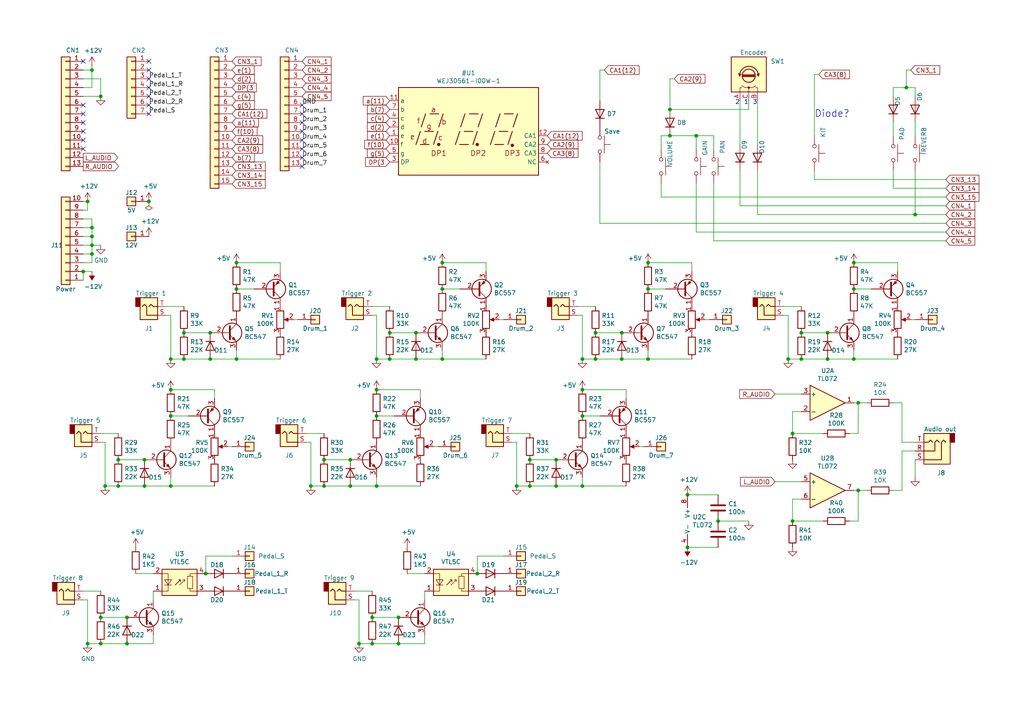
<source format=kicad_sch>
(kicad_sch (version 20230121) (generator eeschema)
  (paper "A4")
  (title_block (title "DD305 Digital Drum Synth") (date "2023-03-26") (rev "1") (comment 1 "Thomas Knak"))
  (junction (at 187.96 104.14))
  (junction (at 68.58 104.14))
  (junction (at 187.96 83.82))
  (junction (at 115.57 186.69))
  (junction (at 265.43 62.23))
  (junction (at 90.17 140.97))
  (junction (at 29.21 179.07))
  (junction (at 41.91 133.35))
  (junction (at 53.34 96.52))
  (junction (at 109.22 120.65))
  (junction (at 161.29 140.97))
  (junction (at 68.58 76.2))
  (junction (at 247.65 76.2))
  (junction (at 26.67 66.04))
  (junction (at 115.57 179.07))
  (junction (at 36.83 186.69))
  (junction (at 26.67 68.58))
  (junction (at 232.41 104.14))
  (junction (at 101.6 140.97))
  (junction (at 199.39 143.51))
  (junction (at 59.69 166.37))
  (junction (at 168.91 113.03))
  (junction (at 49.53 140.97))
  (junction (at 248.92 116.84))
  (junction (at 232.41 96.52))
  (junction (at 109.22 104.14))
  (junction (at 194.31 31.75))
  (junction (at 26.67 73.66))
  (junction (at 30.48 140.97))
  (junction (at 168.91 104.14))
  (junction (at 34.29 140.97))
  (junction (at 107.95 186.69))
  (junction (at 43.18 58.42))
  (junction (at 53.34 104.14))
  (junction (at 93.98 133.35))
  (junction (at 26.67 20.32))
  (junction (at 248.92 142.24))
  (junction (at 104.14 186.69))
  (junction (at 34.29 133.35))
  (junction (at 68.58 83.82))
  (junction (at 109.22 113.03))
  (junction (at 60.96 96.52))
  (junction (at 240.03 96.52))
  (junction (at 199.39 158.75))
  (junction (at 161.29 133.35))
  (junction (at 36.83 179.07))
  (junction (at 180.34 96.52))
  (junction (at 194.31 39.37))
  (junction (at 153.67 133.35))
  (junction (at 128.27 76.2))
  (junction (at 128.27 83.82))
  (junction (at 109.22 140.97))
  (junction (at 138.43 166.37))
  (junction (at 120.65 96.52))
  (junction (at 49.53 120.65))
  (junction (at 113.03 104.14))
  (junction (at 201.93 39.37))
  (junction (at 93.98 140.97))
  (junction (at 262.89 25.4))
  (junction (at 29.21 186.69))
  (junction (at 25.4 186.69))
  (junction (at 172.72 96.52))
  (junction (at 26.67 71.12))
  (junction (at 101.6 133.35))
  (junction (at 149.86 140.97))
  (junction (at 24.13 78.74))
  (junction (at 168.91 120.65))
  (junction (at 172.72 104.14))
  (junction (at 229.87 151.13))
  (junction (at 180.34 104.14))
  (junction (at 120.65 104.14))
  (junction (at 49.53 113.03))
  (junction (at 49.53 104.14))
  (junction (at 168.91 140.97))
  (junction (at 107.95 179.07))
  (junction (at 29.21 27.94))
  (junction (at 60.96 104.14))
  (junction (at 240.03 104.14))
  (junction (at 113.03 96.52))
  (junction (at 228.6 104.14))
  (junction (at 25.4 58.42))
  (junction (at 153.67 140.97))
  (junction (at 247.65 104.14))
  (junction (at 128.27 104.14))
  (junction (at 187.96 76.2))
  (junction (at 208.28 151.13))
  (junction (at 41.91 140.97))
  (junction (at 229.87 125.73))
  (junction (at 247.65 83.82))
  (no_connect (at 87.63 48.26))
  (no_connect (at 87.63 38.1))
  (no_connect (at 24.13 43.18))
  (no_connect (at 43.18 17.78))
  (no_connect (at 43.18 27.94))
  (no_connect (at 24.13 17.78))
  (no_connect (at 24.13 33.02))
  (no_connect (at 43.18 30.48))
  (no_connect (at 24.13 35.56))
  (no_connect (at 24.13 38.1))
  (no_connect (at 87.63 43.18))
  (no_connect (at 87.63 45.72))
  (no_connect (at 24.13 30.48))
  (no_connect (at 87.63 30.48))
  (no_connect (at 87.63 33.02))
  (no_connect (at 43.18 33.02))
  (no_connect (at 87.63 40.64))
  (no_connect (at 43.18 25.4))
  (no_connect (at 87.63 35.56))
  (no_connect (at 43.18 22.86))
  (no_connect (at 43.18 20.32))
  (no_connect (at 24.13 40.64))
  (wire (pts (xy 149.86 140.97) (xy 153.67 140.97)))
  (wire (pts (xy 102.87 171.45) (xy 107.95 171.45)))
  (wire (pts (xy 133.35 83.82) (xy 128.27 83.82)))
  (wire (pts (xy 228.6 91.44) (xy 228.6 104.14)))
  (wire (pts (xy 252.73 83.82) (xy 247.65 83.82)))
  (wire (pts (xy 260.35 76.2) (xy 247.65 76.2)))
  (wire (pts (xy 39.37 166.37) (xy 44.45 166.37)))
  (wire (pts (xy 219.71 62.23) (xy 265.43 62.23)))
  (wire (pts (xy 26.67 66.04) (xy 26.67 68.58)))
  (wire (pts (xy 41.91 140.97) (xy 49.53 140.97)))
  (wire (pts (xy 161.29 140.97) (xy 168.91 140.97)))
  (wire (pts (xy 138.43 161.29) (xy 138.43 166.37)))
  (wire (pts (xy 138.43 161.29) (xy 146.05 161.29)))
  (wire (pts (xy 107.95 186.69) (xy 115.57 186.69)))
  (wire (pts (xy 93.98 140.97) (xy 101.6 140.97)))
  (wire (pts (xy 265.43 27.94) (xy 265.43 25.4)))
  (wire (pts (xy 121.92 115.57) (xy 121.92 113.03)))
  (wire (pts (xy 25.4 186.69) (xy 29.21 186.69)))
  (wire (pts (xy 201.93 67.31) (xy 274.32 67.31)))
  (wire (pts (xy 104.14 173.99) (xy 104.14 186.69)))
  (wire (pts (xy 259.08 35.56) (xy 259.08 39.37)))
  (wire (pts (xy 246.38 125.73) (xy 248.92 125.73)))
  (wire (pts (xy 227.33 88.9) (xy 232.41 88.9)))
  (wire (pts (xy 53.34 104.14) (xy 60.96 104.14)))
  (wire (pts (xy 248.92 151.13) (xy 248.92 142.24)))
  (wire (pts (xy 148.59 128.27) (xy 149.86 128.27)))
  (wire (pts (xy 214.63 29.21) (xy 214.63 41.91)))
  (wire (pts (xy 167.64 91.44) (xy 168.91 91.44)))
  (wire (pts (xy 48.26 91.44) (xy 49.53 91.44)))
  (wire (pts (xy 248.92 125.73) (xy 248.92 116.84)))
  (wire (pts (xy 85.09 92.71) (xy 86.36 92.71)))
  (wire (pts (xy 107.95 179.07) (xy 115.57 179.07)))
  (wire (pts (xy 224.79 114.3) (xy 232.41 114.3)))
  (wire (pts (xy 200.66 76.2) (xy 187.96 76.2)))
  (wire (pts (xy 247.65 116.84) (xy 248.92 116.84)))
  (wire (pts (xy 236.22 21.59) (xy 236.22 39.37)))
  (wire (pts (xy 207.01 53.34) (xy 207.01 69.85)))
  (wire (pts (xy 73.66 83.82) (xy 68.58 83.82)))
  (wire (pts (xy 88.9 125.73) (xy 93.98 125.73)))
  (wire (pts (xy 24.13 68.58) (xy 26.67 68.58)))
  (wire (pts (xy 173.99 120.65) (xy 168.91 120.65)))
  (wire (pts (xy 191.77 43.18) (xy 191.77 39.37)))
  (wire (pts (xy 175.26 20.32) (xy 173.99 20.32)))
  (wire (pts (xy 219.71 29.21) (xy 219.71 41.91)))
  (wire (pts (xy 149.86 128.27) (xy 149.86 140.97)))
  (wire (pts (xy 60.96 104.14) (xy 68.58 104.14)))
  (wire (pts (xy 29.21 128.27) (xy 30.48 128.27)))
  (wire (pts (xy 237.49 21.59) (xy 236.22 21.59)))
  (wire (pts (xy 191.77 57.15) (xy 191.77 53.34)))
  (wire (pts (xy 260.35 78.74) (xy 260.35 76.2)))
  (wire (pts (xy 25.4 60.96) (xy 25.4 58.42)))
  (wire (pts (xy 90.17 140.97) (xy 93.98 140.97)))
  (wire (pts (xy 191.77 57.15) (xy 274.32 57.15)))
  (wire (pts (xy 62.23 113.03) (xy 49.53 113.03)))
  (wire (pts (xy 172.72 96.52) (xy 180.34 96.52)))
  (wire (pts (xy 49.53 91.44) (xy 49.53 104.14)))
  (wire (pts (xy 29.21 125.73) (xy 34.29 125.73)))
  (wire (pts (xy 29.21 27.94) (xy 29.21 22.86)))
  (wire (pts (xy 26.67 76.2) (xy 26.67 73.66)))
  (wire (pts (xy 140.97 78.74) (xy 140.97 76.2)))
  (wire (pts (xy 93.98 133.35) (xy 101.6 133.35)))
  (wire (pts (xy 201.93 39.37) (xy 207.01 39.37)))
  (wire (pts (xy 88.9 128.27) (xy 90.17 128.27)))
  (wire (pts (xy 118.11 166.37) (xy 123.19 166.37)))
  (wire (pts (xy 251.46 142.24) (xy 248.92 142.24)))
  (wire (pts (xy 228.6 104.14) (xy 232.41 104.14)))
  (wire (pts (xy 115.57 186.69) (xy 123.19 186.69)))
  (wire (pts (xy 44.45 171.45) (xy 44.45 173.99)))
  (wire (pts (xy 120.65 104.14) (xy 128.27 104.14)))
  (wire (pts (xy 227.33 91.44) (xy 228.6 91.44)))
  (wire (pts (xy 24.13 81.28) (xy 24.13 78.74)))
  (wire (pts (xy 194.31 39.37) (xy 201.93 39.37)))
  (wire (pts (xy 208.28 158.75) (xy 199.39 158.75)))
  (wire (pts (xy 59.69 161.29) (xy 59.69 166.37)))
  (wire (pts (xy 246.38 151.13) (xy 248.92 151.13)))
  (wire (pts (xy 261.62 128.27) (xy 261.62 116.84)))
  (wire (pts (xy 24.13 20.32) (xy 26.67 20.32)))
  (wire (pts (xy 232.41 96.52) (xy 240.03 96.52)))
  (wire (pts (xy 274.32 54.61) (xy 259.08 54.61)))
  (wire (pts (xy 208.28 143.51) (xy 199.39 143.51)))
  (wire (pts (xy 232.41 144.78) (xy 229.87 144.78)))
  (wire (pts (xy 25.4 173.99) (xy 25.4 186.69)))
  (wire (pts (xy 261.62 130.81) (xy 261.62 142.24)))
  (wire (pts (xy 172.72 104.14) (xy 180.34 104.14)))
  (wire (pts (xy 26.67 63.5) (xy 26.67 66.04)))
  (wire (pts (xy 24.13 76.2) (xy 26.67 76.2)))
  (wire (pts (xy 54.61 120.65) (xy 49.53 120.65)))
  (wire (pts (xy 185.42 129.54) (xy 186.69 129.54)))
  (wire (pts (xy 26.67 73.66) (xy 26.67 71.12)))
  (wire (pts (xy 238.76 125.73) (xy 229.87 125.73)))
  (wire (pts (xy 217.17 29.21) (xy 217.17 31.75)))
  (wire (pts (xy 24.13 71.12) (xy 26.67 71.12)))
  (wire (pts (xy 219.71 62.23) (xy 219.71 49.53)))
  (wire (pts (xy 247.65 101.6) (xy 247.65 104.14)))
  (wire (pts (xy 260.35 104.14) (xy 247.65 104.14)))
  (wire (pts (xy 236.22 49.53) (xy 236.22 52.07)))
  (wire (pts (xy 24.13 58.42) (xy 25.4 58.42)))
  (wire (pts (xy 200.66 78.74) (xy 200.66 76.2)))
  (wire (pts (xy 36.83 186.69) (xy 44.45 186.69)))
  (wire (pts (xy 207.01 69.85) (xy 274.32 69.85)))
  (wire (pts (xy 168.91 104.14) (xy 172.72 104.14)))
  (wire (pts (xy 224.79 139.7) (xy 232.41 139.7)))
  (wire (pts (xy 121.92 113.03) (xy 109.22 113.03)))
  (wire (pts (xy 30.48 140.97) (xy 34.29 140.97)))
  (wire (pts (xy 193.04 83.82) (xy 187.96 83.82)))
  (wire (pts (xy 262.89 20.32) (xy 262.89 25.4)))
  (wire (pts (xy 49.53 138.43) (xy 49.53 140.97)))
  (wire (pts (xy 81.28 76.2) (xy 68.58 76.2)))
  (wire (pts (xy 24.13 73.66) (xy 26.67 73.66)))
  (wire (pts (xy 53.34 96.52) (xy 60.96 96.52)))
  (wire (pts (xy 265.43 128.27) (xy 261.62 128.27)))
  (wire (pts (xy 232.41 119.38) (xy 229.87 119.38)))
  (wire (pts (xy 262.89 25.4) (xy 265.43 25.4)))
  (wire (pts (xy 109.22 138.43) (xy 109.22 140.97)))
  (wire (pts (xy 194.31 22.86) (xy 194.31 31.75)))
  (wire (pts (xy 181.61 113.03) (xy 168.91 113.03)))
  (wire (pts (xy 26.67 25.4) (xy 26.67 20.32)))
  (wire (pts (xy 264.16 92.71) (xy 265.43 92.71)))
  (wire (pts (xy 109.22 91.44) (xy 109.22 104.14)))
  (wire (pts (xy 104.14 186.69) (xy 107.95 186.69)))
  (wire (pts (xy 236.22 52.07) (xy 274.32 52.07)))
  (wire (pts (xy 44.45 184.15) (xy 44.45 186.69)))
  (wire (pts (xy 48.26 88.9) (xy 53.34 88.9)))
  (wire (pts (xy 248.92 142.24) (xy 247.65 142.24)))
  (wire (pts (xy 214.63 59.69) (xy 214.63 49.53)))
  (wire (pts (xy 173.99 20.32) (xy 173.99 29.21)))
  (wire (pts (xy 144.78 92.71) (xy 146.05 92.71)))
  (wire (pts (xy 107.95 88.9) (xy 113.03 88.9)))
  (wire (pts (xy 81.28 104.14) (xy 68.58 104.14)))
  (wire (pts (xy 113.03 104.14) (xy 120.65 104.14)))
  (wire (pts (xy 26.67 68.58) (xy 26.67 71.12)))
  (wire (pts (xy 68.58 101.6) (xy 68.58 104.14)))
  (wire (pts (xy 123.19 184.15) (xy 123.19 186.69)))
  (wire (pts (xy 167.64 88.9) (xy 172.72 88.9)))
  (wire (pts (xy 232.41 104.14) (xy 240.03 104.14)))
  (wire (pts (xy 24.13 63.5) (xy 26.67 63.5)))
  (wire (pts (xy 121.92 140.97) (xy 109.22 140.97)))
  (wire (pts (xy 238.76 151.13) (xy 229.87 151.13)))
  (wire (pts (xy 140.97 104.14) (xy 128.27 104.14)))
  (wire (pts (xy 125.73 129.54) (xy 127 129.54)))
  (wire (pts (xy 24.13 22.86) (xy 29.21 22.86)))
  (wire (pts (xy 29.21 186.69) (xy 36.83 186.69)))
  (wire (pts (xy 109.22 104.14) (xy 113.03 104.14)))
  (wire (pts (xy 24.13 25.4) (xy 26.67 25.4)))
  (wire (pts (xy 29.21 179.07) (xy 36.83 179.07)))
  (wire (pts (xy 26.67 20.32) (xy 26.67 19.05)))
  (wire (pts (xy 214.63 59.69) (xy 274.32 59.69)))
  (wire (pts (xy 107.95 91.44) (xy 109.22 91.44)))
  (wire (pts (xy 24.13 171.45) (xy 29.21 171.45)))
  (wire (pts (xy 102.87 173.99) (xy 104.14 173.99)))
  (wire (pts (xy 265.43 130.81) (xy 261.62 130.81)))
  (wire (pts (xy 67.31 161.29) (xy 59.69 161.29)))
  (wire (pts (xy 229.87 144.78) (xy 229.87 151.13)))
  (wire (pts (xy 265.43 39.37) (xy 265.43 35.56)))
  (wire (pts (xy 114.3 120.65) (xy 109.22 120.65)))
  (wire (pts (xy 181.61 115.57) (xy 181.61 113.03)))
  (wire (pts (xy 208.28 151.13) (xy 217.17 151.13)))
  (wire (pts (xy 66.04 129.54) (xy 67.31 129.54)))
  (wire (pts (xy 207.01 39.37) (xy 207.01 43.18)))
  (wire (pts (xy 229.87 119.38) (xy 229.87 125.73)))
  (wire (pts (xy 34.29 140.97) (xy 41.91 140.97)))
  (wire (pts (xy 173.99 46.99) (xy 173.99 64.77)))
  (wire (pts (xy 24.13 60.96) (xy 25.4 60.96)))
  (wire (pts (xy 168.91 138.43) (xy 168.91 140.97)))
  (wire (pts (xy 24.13 66.04) (xy 26.67 66.04)))
  (wire (pts (xy 180.34 104.14) (xy 187.96 104.14)))
  (wire (pts (xy 261.62 142.24) (xy 259.08 142.24)))
  (wire (pts (xy 140.97 76.2) (xy 128.27 76.2)))
  (wire (pts (xy 265.43 133.35) (xy 265.43 138.43)))
  (wire (pts (xy 148.59 125.73) (xy 153.67 125.73)))
  (wire (pts (xy 261.62 116.84) (xy 259.08 116.84)))
  (wire (pts (xy 101.6 140.97) (xy 109.22 140.97)))
  (wire (pts (xy 194.31 39.37) (xy 191.77 39.37)))
  (wire (pts (xy 49.53 104.14) (xy 53.34 104.14)))
  (wire (pts (xy 24.13 27.94) (xy 29.21 27.94)))
  (wire (pts (xy 153.67 140.97) (xy 161.29 140.97)))
  (wire (pts (xy 195.58 22.86) (xy 194.31 22.86)))
  (wire (pts (xy 153.67 133.35) (xy 161.29 133.35)))
  (wire (pts (xy 259.08 49.53) (xy 259.08 54.61)))
  (wire (pts (xy 201.93 53.34) (xy 201.93 67.31)))
  (wire (pts (xy 200.66 104.14) (xy 187.96 104.14)))
  (wire (pts (xy 30.48 128.27) (xy 30.48 140.97)))
  (wire (pts (xy 259.08 27.94) (xy 259.08 25.4)))
  (wire (pts (xy 90.17 128.27) (xy 90.17 140.97)))
  (wire (pts (xy 204.47 92.71) (xy 205.74 92.71)))
  (wire (pts (xy 201.93 43.18) (xy 201.93 39.37)))
  (wire (pts (xy 24.13 78.74) (xy 26.67 78.74)))
  (wire (pts (xy 168.91 91.44) (xy 168.91 104.14)))
  (wire (pts (xy 259.08 25.4) (xy 262.89 25.4)))
  (wire (pts (xy 62.23 115.57) (xy 62.23 113.03)))
  (wire (pts (xy 181.61 140.97) (xy 168.91 140.97)))
  (wire (pts (xy 264.16 20.32) (xy 262.89 20.32)))
  (wire (pts (xy 187.96 101.6) (xy 187.96 104.14)))
  (wire (pts (xy 128.27 101.6) (xy 128.27 104.14)))
  (wire (pts (xy 217.17 31.75) (xy 194.31 31.75)))
  (wire (pts (xy 274.32 62.23) (xy 265.43 62.23)))
  (wire (pts (xy 240.03 104.14) (xy 247.65 104.14)))
  (wire (pts (xy 24.13 173.99) (xy 25.4 173.99)))
  (wire (pts (xy 123.19 171.45) (xy 123.19 173.99)))
  (wire (pts (xy 173.99 64.77) (xy 274.32 64.77)))
  (wire (pts (xy 26.67 71.12) (xy 29.21 71.12)))
  (wire (pts (xy 251.46 116.84) (xy 248.92 116.84)))
  (wire (pts (xy 113.03 96.52) (xy 120.65 96.52)))
  (wire (pts (xy 265.43 49.53) (xy 265.43 62.23)))
  (wire (pts (xy 62.23 140.97) (xy 49.53 140.97)))
  (wire (pts (xy 34.29 133.35) (xy 41.91 133.35)))
  (wire (pts (xy 81.28 78.74) (xy 81.28 76.2)))
  (text "3" (at 219.71 30.48 0) (effects (font (size 1.27 1.27)) (justify right bottom)))
  (text "Diode?" (at 236.22 34.29 0) (effects (font (size 2.0066 2.0066)) (justify left bottom)))
  (text "1" (at 217.17 30.48 0) (effects (font (size 1.27 1.27)) (justify right bottom)))
  (text "2" (at 214.63 30.48 0) (effects (font (size 1.27 1.27)) (justify right bottom)))
  (label "Pedal_2_R" (at 43.18 30.48 0))
  (label "Drum_6" (at 87.63 45.72 0))
  (label "Pedal_1_T" (at 43.18 22.86 0))
  (label "Drum_3" (at 87.63 38.1 0))
  (label "Drum_4" (at 87.63 40.64 0))
  (label "Pedal_1_R" (at 43.18 25.4 0))
  (label "Drum_7" (at 87.63 48.26 0))
  (label "Pedal_2_T" (at 43.18 27.94 0))
  (label "Drum_2" (at 87.63 35.56 0))
  (label "Drum_1" (at 87.63 33.02 0))
  (label "Pedal_S" (at 43.18 33.02 0))
  (label "GND" (at 87.63 30.48 0))
  (label "Drum_5" (at 87.63 43.18 0))
  (global_label "CN4_5" (shape input) (at 274.32 69.85 0) (property "Intersheetrefs" "${INTERSHEET_REFS}" (effects hide)))
  (global_label "d(2)" (shape input) (at 67.31 22.86 0) (property "Intersheetrefs" "${INTERSHEET_REFS}" (effects hide)))
  (global_label "c(4)" (shape input) (at 113.03 34.29 180) (property "Intersheetrefs" "${INTERSHEET_REFS}" (effects hide)))
  (global_label "CA2(9)" (shape input) (at 158.75 41.91 0) (property "Intersheetrefs" "${INTERSHEET_REFS}" (effects hide)))
  (global_label "CA3(8)" (shape input) (at 237.49 21.59 0) (property "Intersheetrefs" "${INTERSHEET_REFS}" (effects hide)))
  (global_label "f(10)" (shape input) (at 113.03 41.91 180) (property "Intersheetrefs" "${INTERSHEET_REFS}" (effects hide)))
  (global_label "CN3_1" (shape input) (at 67.31 17.78 0) (property "Intersheetrefs" "${INTERSHEET_REFS}" (effects hide)))
  (global_label "CN3_13" (shape input) (at 67.31 48.26 0) (property "Intersheetrefs" "${INTERSHEET_REFS}" (effects hide)))
  (global_label "CN4_2" (shape input) (at 87.63 20.32 0) (property "Intersheetrefs" "${INTERSHEET_REFS}" (effects hide)))
  (global_label "L_AUDIO" (shape input) (at 224.79 139.7 180) (property "Intersheetrefs" "${INTERSHEET_REFS}" (effects hide)))
  (global_label "CN4_4" (shape input) (at 274.32 67.31 0) (property "Intersheetrefs" "${INTERSHEET_REFS}" (effects hide)))
  (global_label "CA3(8)" (shape input) (at 158.75 44.45 0) (property "Intersheetrefs" "${INTERSHEET_REFS}" (effects hide)))
  (global_label "CN4_5" (shape input) (at 87.63 27.94 0) (property "Intersheetrefs" "${INTERSHEET_REFS}" (effects hide)))
  (global_label "CA2(9)" (shape input) (at 195.58 22.86 0) (property "Intersheetrefs" "${INTERSHEET_REFS}" (effects hide)))
  (global_label "e(1)" (shape input) (at 67.31 20.32 0) (property "Intersheetrefs" "${INTERSHEET_REFS}" (effects hide)))
  (global_label "CN3_14" (shape input) (at 67.31 50.8 0) (property "Intersheetrefs" "${INTERSHEET_REFS}" (effects hide)))
  (global_label "d(2)" (shape input) (at 113.03 36.83 180) (property "Intersheetrefs" "${INTERSHEET_REFS}" (effects hide)))
  (global_label "g(5)" (shape input) (at 67.31 30.48 0) (property "Intersheetrefs" "${INTERSHEET_REFS}" (effects hide)))
  (global_label "CA1(12)" (shape input) (at 175.26 20.32 0) (property "Intersheetrefs" "${INTERSHEET_REFS}" (effects hide)))
  (global_label "CA1(12)" (shape input) (at 67.31 33.02 0) (property "Intersheetrefs" "${INTERSHEET_REFS}" (effects hide)))
  (global_label "b(7)" (shape input) (at 67.31 45.72 0) (property "Intersheetrefs" "${INTERSHEET_REFS}" (effects hide)))
  (global_label "CN4_2" (shape input) (at 274.32 62.23 0) (property "Intersheetrefs" "${INTERSHEET_REFS}" (effects hide)))
  (global_label "CN3_15" (shape input) (at 67.31 53.34 0) (property "Intersheetrefs" "${INTERSHEET_REFS}" (effects hide)))
  (global_label "CA3(8)" (shape input) (at 67.31 43.18 0) (property "Intersheetrefs" "${INTERSHEET_REFS}" (effects hide)))
  (global_label "DP(3" (shape input) (at 67.31 25.4 0) (property "Intersheetrefs" "${INTERSHEET_REFS}" (effects hide)))
  (global_label "CN4_3" (shape input) (at 274.32 64.77 0) (property "Intersheetrefs" "${INTERSHEET_REFS}" (effects hide)))
  (global_label "R_AUDIO" (shape output) (at 24.13 48.26 0) (property "Intersheetrefs" "${INTERSHEET_REFS}" (effects hide)))
  (global_label "CN4_3" (shape input) (at 87.63 22.86 0) (property "Intersheetrefs" "${INTERSHEET_REFS}" (effects hide)))
  (global_label "CN4_1" (shape input) (at 87.63 17.78 0) (property "Intersheetrefs" "${INTERSHEET_REFS}" (effects hide)))
  (global_label "CN3_1" (shape input) (at 264.16 20.32 0) (property "Intersheetrefs" "${INTERSHEET_REFS}" (effects hide)))
  (global_label "e(1)" (shape input) (at 113.03 39.37 180) (property "Intersheetrefs" "${INTERSHEET_REFS}" (effects hide)))
  (global_label "CN3_13" (shape input) (at 274.32 52.07 0) (property "Intersheetrefs" "${INTERSHEET_REFS}" (effects hide)))
  (global_label "DP(3" (shape input) (at 113.03 46.99 180) (property "Intersheetrefs" "${INTERSHEET_REFS}" (effects hide)))
  (global_label "CN3_15" (shape input) (at 274.32 57.15 0) (property "Intersheetrefs" "${INTERSHEET_REFS}" (effects hide)))
  (global_label "a(11)" (shape input) (at 67.31 35.56 0) (property "Intersheetrefs" "${INTERSHEET_REFS}" (effects hide)))
  (global_label "a(11)" (shape input) (at 113.03 29.21 180) (property "Intersheetrefs" "${INTERSHEET_REFS}" (effects hide)))
  (global_label "g(5)" (shape input) (at 113.03 44.45 180) (property "Intersheetrefs" "${INTERSHEET_REFS}" (effects hide)))
  (global_label "CN4_4" (shape input) (at 87.63 25.4 0) (property "Intersheetrefs" "${INTERSHEET_REFS}" (effects hide)))
  (global_label "f(10)" (shape input) (at 67.31 38.1 0) (property "Intersheetrefs" "${INTERSHEET_REFS}" (effects hide)))
  (global_label "b(7)" (shape input) (at 113.03 31.75 180) (property "Intersheetrefs" "${INTERSHEET_REFS}" (effects hide)))
  (global_label "L_AUDIO" (shape output) (at 24.13 45.72 0) (property "Intersheetrefs" "${INTERSHEET_REFS}" (effects hide)))
  (global_label "R_AUDIO" (shape input) (at 224.79 114.3 180) (property "Intersheetrefs" "${INTERSHEET_REFS}" (effects hide)))
  (global_label "CN4_1" (shape input) (at 274.32 59.69 0) (property "Intersheetrefs" "${INTERSHEET_REFS}" (effects hide)))
  (global_label "CN3_14" (shape input) (at 274.32 54.61 0) (property "Intersheetrefs" "${INTERSHEET_REFS}" (effects hide)))
  (global_label "CA1(12)" (shape input) (at 158.75 39.37 0) (property "Intersheetrefs" "${INTERSHEET_REFS}" (effects hide)))
  (global_label "c(4)" (shape input) (at 67.31 27.94 0) (property "Intersheetrefs" "${INTERSHEET_REFS}" (effects hide)))
  (global_label "CA2(9)" (shape input) (at 67.31 40.64 0) (property "Intersheetrefs" "${INTERSHEET_REFS}" (effects hide)))
  (symbol (lib_id "Connector_Generic:Conn_01x13") (at 82.55 33.02 0) (mirror y) (unit 1)
    (property "Reference" "#CN4" (effects hide))
    (property "Value" "CN4" (at 84.6328 14.5796 0))
    (property "Footprint" "Connector_PinHeader_2.54mm:PinHeader_1x13_P2.54mm_Vertical" (effects hide))
  )
  (symbol (lib_id "Connector_Generic:Conn_01x15") (at 62.23 35.56 0) (mirror y) (unit 1)
    (property "Reference" "#CN3" (effects hide))
    (property "Value" "CN3" (at 64.3128 14.5796 0))
    (property "Footprint" "Connector_PinHeader_2.54mm:PinHeader_1x15_P2.54mm_Vertical" (effects hide))
  )
  (symbol (lib_id "DD305 Digital Drum Synth-rescue:Rotary_Encoder-Device") (at 217.17 21.59 90) (unit 1)
    (property "Reference" "SW1" (at 223.52 17.78 90) (effects (justify right)))
    (property "Value" "Encoder" (at 214.63 15.24 90) (effects (justify right)))
    (property "Footprint" "Rotary_Encoder:RotaryEncoder_Alps_EC12E_Vertical_H20mm_CircularMountingHoles" (effects hide))
  )
  (symbol (lib_id "DD305 Digital Drum Synth-rescue:WEJ30561-I00W-1-Thomas_Symbols") (at 135.89 38.1 0) (unit 1)
    (property "Reference" "#U1" (at 135.89 21.1582 0))
    (property "Value" "WEJ30561-I00W-1" (at 135.89 23.4696 0))
    (property "Footprint" "Display_7Segment:CA56-12SRWA" (effects hide))
    (property "Datasheet" "http://www.kingbrightusa.com/images/catalog/SPEC/CA56-12SRWA.pdf" (effects hide))
  )
  (symbol (lib_id "Diode:1N4148") (at 173.99 33.02 90) (unit 1)
    (property "Reference" "D7" (at 176.022 33.02 90) (effects (justify right)))
    (property "Value" "1N4148" (effects hide))
    (property "Footprint" "Diode_THT:D_DO-35_SOD27_P10.16mm_Horizontal" (effects hide))
    (property "Datasheet" "https://assets.nexperia.com/documents/data-sheet/1N4148_1N4448.pdf" (effects hide))
  )
  (symbol (lib_id "Diode:1N4148") (at 259.08 31.75 90) (unit 1)
    (property "Reference" "D5" (at 260.35 27.94 0) (effects (justify right)))
    (property "Value" "1N4148" (effects hide))
    (property "Footprint" "Diode_THT:D_DO-35_SOD27_P10.16mm_Horizontal" (effects hide))
    (property "Datasheet" "https://assets.nexperia.com/documents/data-sheet/1N4148_1N4448.pdf" (effects hide))
  )
  (symbol (lib_id "Diode:1N4148") (at 214.63 45.72 90) (unit 1)
    (property "Reference" "D9" (at 215.9 40.64 0) (effects (justify right)))
    (property "Value" "1N4148" (effects hide))
    (property "Footprint" "Diode_THT:D_DO-35_SOD27_P10.16mm_Horizontal" (effects hide))
    (property "Datasheet" "https://assets.nexperia.com/documents/data-sheet/1N4148_1N4448.pdf" (effects hide))
  )
  (symbol (lib_id "Diode:1N4148") (at 219.71 45.72 90) (unit 1)
    (property "Reference" "D10" (at 220.98 40.64 0) (effects (justify right)))
    (property "Value" "1N4148" (effects hide))
    (property "Footprint" "Diode_THT:D_DO-35_SOD27_P10.16mm_Horizontal" (effects hide))
    (property "Datasheet" "https://assets.nexperia.com/documents/data-sheet/1N4148_1N4448.pdf" (effects hide))
  )
  (symbol (lib_id "Diode:1N4148") (at 194.31 35.56 90) (unit 1)
    (property "Reference" "D8" (at 196.342 35.56 90) (effects (justify right)))
    (property "Value" "1N4148" (effects hide))
    (property "Footprint" "Diode_THT:D_DO-35_SOD27_P10.16mm_Horizontal" (effects hide))
    (property "Datasheet" "https://assets.nexperia.com/documents/data-sheet/1N4148_1N4448.pdf" (effects hide))
  )
  (symbol (lib_id "Switch:SW_Push") (at 191.77 48.26 270) (unit 1)
    (property "Reference" "SW6" (effects hide))
    (property "Value" "VOLUME" (at 194.31 40.64 0) (effects (justify left)))
    (property "Footprint" "Connector_PinHeader_2.54mm:PinHeader_1x02_P2.54mm_Vertical" (effects hide))
  )
  (symbol (lib_id "Switch:SW_Push") (at 207.01 48.26 270) (unit 1)
    (property "Reference" "SW8" (effects hide))
    (property "Value" "PAN" (at 209.55 40.64 0) (effects (justify left)))
    (property "Footprint" "Connector_PinHeader_2.54mm:PinHeader_1x02_P2.54mm_Vertical" (effects hide))
  )
  (symbol (lib_id "Switch:SW_Push") (at 201.93 48.26 270) (unit 1)
    (property "Reference" "SW7" (effects hide))
    (property "Value" "GAIN" (at 204.47 40.64 0) (effects (justify left)))
    (property "Footprint" "Connector_PinHeader_2.54mm:PinHeader_1x02_P2.54mm_Vertical" (effects hide))
  )
  (symbol (lib_id "Switch:SW_Push") (at 236.22 44.45 270) (unit 1)
    (property "Reference" "SW3" (effects hide))
    (property "Value" "KIT" (at 238.76 36.83 0) (effects (justify left)))
    (property "Footprint" "Connector_PinHeader_2.54mm:PinHeader_1x02_P2.54mm_Vertical" (effects hide))
  )
  (symbol (lib_id "Switch:SW_Push") (at 173.99 41.91 270) (unit 1)
    (property "Reference" "SW2" (effects hide))
    (property "Value" "Save" (at 175.26 38.1 90) (effects (justify left)))
    (property "Footprint" "Connector_PinHeader_2.54mm:PinHeader_1x02_P2.54mm_Vertical" (effects hide))
  )
  (symbol (lib_id "Switch:SW_Push") (at 259.08 44.45 270) (unit 1)
    (property "Reference" "SW4" (effects hide))
    (property "Value" "PAD" (at 261.62 36.83 0) (effects (justify left)))
    (property "Footprint" "Connector_PinHeader_2.54mm:PinHeader_1x02_P2.54mm_Vertical" (effects hide))
  )
  (symbol (lib_id "Switch:SW_Push") (at 265.43 44.45 270) (unit 1)
    (property "Reference" "SW5" (effects hide))
    (property "Value" "REVERB" (at 267.97 36.83 0) (effects (justify left)))
    (property "Footprint" "Connector_PinHeader_2.54mm:PinHeader_1x02_P2.54mm_Vertical" (effects hide))
  )
  (symbol (lib_id "Diode:1N4148") (at 265.43 31.75 90) (unit 1)
    (property "Reference" "D6" (at 266.7 26.67 0) (effects (justify right)))
    (property "Value" "1N4148" (effects hide))
    (property "Footprint" "Diode_THT:D_DO-35_SOD27_P10.16mm_Horizontal" (effects hide))
    (property "Datasheet" "https://assets.nexperia.com/documents/data-sheet/1N4148_1N4448.pdf" (effects hide))
  )
  (symbol (lib_id "Diode:1N4148") (at 60.96 100.33 270) (unit 1)
    (property "Reference" "D11" (at 66.04 101.6 90) (effects (justify right)))
    (property "Value" "1N4148" (effects hide))
    (property "Footprint" "Diode_THT:D_DO-35_SOD27_P10.16mm_Horizontal" (effects hide))
    (property "Datasheet" "https://assets.nexperia.com/documents/data-sheet/1N4148_1N4448.pdf" (effects hide))
  )
  (symbol (lib_id "Transistor_BJT:BC547") (at 66.04 96.52 0) (unit 1)
    (property "Reference" "Q5" (at 70.8914 95.3516 0) (effects (justify left)))
    (property "Value" "BC547" (at 70.8914 97.663 0) (effects (justify left)))
    (property "Footprint" "Thomas PCB:TO-92_Inline_Wide_Longpads" (effects hide))
    (property "Datasheet" "https://www.onsemi.com/pub/Collateral/BC550-D.pdf" (effects hide))
  )
  (symbol (lib_id "Device:R") (at 53.34 100.33 0) (unit 1)
    (property "Reference" "R13" (at 55.118 99.1616 0) (effects (justify left)))
    (property "Value" "22K" (at 55.118 101.473 0) (effects (justify left)))
    (property "Footprint" "Resistor_THT:R_Axial_DIN0207_L6.3mm_D2.5mm_P10.16mm_Horizontal" (effects hide))
  )
  (symbol (lib_id "power:GND") (at 49.53 104.14 0) (unit 1)
    (property "Reference" "#PWR05" (effects hide))
    (property "Value" "GND" (effects hide))
  )
  (symbol (lib_id "Transistor_BJT:BC557") (at 78.74 83.82 0) (mirror x) (unit 1)
    (property "Reference" "Q1" (at 83.5914 82.6516 0) (effects (justify left)))
    (property "Value" "BC557" (at 83.5914 84.963 0) (effects (justify left)))
    (property "Footprint" "Thomas PCB:TO-92_Inline_Wide_Longpads" (effects hide))
    (property "Datasheet" "https://www.onsemi.com/pub/Collateral/BC556BTA-D.pdf" (effects hide))
  )
  (symbol (lib_id "Device:R") (at 68.58 87.63 0) (unit 1)
    (property "Reference" "R5" (at 70.358 86.4616 0) (effects (justify left)))
    (property "Value" "47K" (at 70.358 88.773 0) (effects (justify left)))
    (property "Footprint" "Resistor_THT:R_Axial_DIN0207_L6.3mm_D2.5mm_P10.16mm_Horizontal" (effects hide))
  )
  (symbol (lib_id "Device:R") (at 68.58 80.01 0) (unit 1)
    (property "Reference" "R1" (at 70.358 78.8416 0) (effects (justify left)))
    (property "Value" "47K" (at 70.358 81.153 0) (effects (justify left)))
    (property "Footprint" "Resistor_THT:R_Axial_DIN0207_L6.3mm_D2.5mm_P10.16mm_Horizontal" (effects hide))
  )
  (symbol (lib_id "power:+5V") (at 68.58 76.2 0) (unit 1)
    (property "Reference" "#PWR01" (effects hide))
    (property "Value" "+5V" (at 64.77 74.93 0))
  )
  (symbol (lib_id "Device:R") (at 81.28 100.33 0) (unit 1)
    (property "Reference" "R14" (at 83.058 99.1616 0) (effects (justify left)))
    (property "Value" "27K" (at 83.058 101.473 0) (effects (justify left)))
    (property "Footprint" "Resistor_THT:R_Axial_DIN0207_L6.3mm_D2.5mm_P10.16mm_Horizontal" (effects hide))
  )
  (symbol (lib_id "DD305 Digital Drum Synth-rescue:R_POT-Device") (at 81.28 92.71 0) (unit 1)
    (property "Reference" "RV1" (at 79.5274 91.5416 0) (effects (justify right)))
    (property "Value" "100K" (at 79.5274 93.853 0) (effects (justify right)))
    (property "Footprint" "Connector_PinHeader_2.54mm:PinHeader_1x03_P2.54mm_Vertical" (effects hide))
  )
  (symbol (lib_id "DD305 Digital Drum Synth-rescue:AudioJack2-Connector") (at 43.18 88.9 0) (mirror x) (unit 1)
    (property "Reference" "J1" (at 44.45 95.25 0) (effects (justify right)))
    (property "Value" "Trigger 1" (at 48.26 85.09 0) (effects (justify right)))
    (property "Footprint" "Thomas PCB:Jack_PinHeader_1x02_P2.54mm_Vertical" (effects hide))
  )
  (symbol (lib_id "Connector_Generic:Conn_01x01") (at 38.1 58.42 0) (mirror y) (unit 1)
    (property "Reference" "J12" (at 38.1 55.88 0))
    (property "Value" "5V" (at 38.1 60.96 0))
    (property "Footprint" "Connector_PinHeader_2.54mm:PinHeader_1x01_P2.54mm_Vertical" (effects hide))
  )
  (symbol (lib_id "power:+5V") (at 43.18 58.42 0) (unit 1)
    (property "Reference" "#PWR0106" (effects hide))
    (property "Value" "+5V" (at 43.561 54.0258 0))
  )
  (symbol (lib_id "power:PWR_FLAG") (at 43.18 58.42 0) (mirror x) (unit 1)
    (property "Reference" "#FLG0101" (effects hide))
    (property "Value" "PWR_FLAG" (effects hide))
  )
  (symbol (lib_id "Device:R") (at 53.34 92.71 0) (unit 1)
    (property "Reference" "R9" (at 55.118 91.5416 0) (effects (justify left)))
    (property "Value" "33K" (at 55.118 93.853 0) (effects (justify left)))
    (property "Footprint" "Resistor_THT:R_Axial_DIN0207_L6.3mm_D2.5mm_P7.62mm_Horizontal" (effects hide))
  )
  (symbol (lib_id "DD305 Digital Drum Synth-rescue:AudioJack2-Connector") (at 102.87 88.9 0) (mirror x) (unit 1)
    (property "Reference" "J2" (at 104.14 95.25 0) (effects (justify right)))
    (property "Value" "Trigger 2" (at 107.95 85.09 0) (effects (justify right)))
    (property "Footprint" "Thomas PCB:Jack_PinHeader_1x02_P2.54mm_Vertical" (effects hide))
  )
  (symbol (lib_id "DD305 Digital Drum Synth-rescue:R_POT-Device") (at 140.97 92.71 0) (unit 1)
    (property "Reference" "RV2" (at 139.2174 91.5416 0) (effects (justify right)))
    (property "Value" "100K" (at 139.2174 93.853 0) (effects (justify right)))
    (property "Footprint" "Connector_PinHeader_2.54mm:PinHeader_1x03_P2.54mm_Vertical" (effects hide))
  )
  (symbol (lib_id "Device:R") (at 140.97 100.33 0) (unit 1)
    (property "Reference" "R16" (at 142.748 99.1616 0) (effects (justify left)))
    (property "Value" "27K" (at 142.748 101.473 0) (effects (justify left)))
    (property "Footprint" "Resistor_THT:R_Axial_DIN0207_L6.3mm_D2.5mm_P10.16mm_Horizontal" (effects hide))
  )
  (symbol (lib_id "power:+5V") (at 128.27 76.2 0) (unit 1)
    (property "Reference" "#PWR02" (effects hide))
    (property "Value" "+5V" (at 124.46 74.93 0))
  )
  (symbol (lib_id "Device:R") (at 128.27 80.01 0) (unit 1)
    (property "Reference" "R2" (at 130.048 78.8416 0) (effects (justify left)))
    (property "Value" "47K" (at 130.048 81.153 0) (effects (justify left)))
    (property "Footprint" "Resistor_THT:R_Axial_DIN0207_L6.3mm_D2.5mm_P10.16mm_Horizontal" (effects hide))
  )
  (symbol (lib_id "Device:R") (at 128.27 87.63 0) (unit 1)
    (property "Reference" "R6" (at 130.048 86.4616 0) (effects (justify left)))
    (property "Value" "47K" (at 130.048 88.773 0) (effects (justify left)))
    (property "Footprint" "Resistor_THT:R_Axial_DIN0207_L6.3mm_D2.5mm_P10.16mm_Horizontal" (effects hide))
  )
  (symbol (lib_id "Transistor_BJT:BC557") (at 138.43 83.82 0) (mirror x) (unit 1)
    (property "Reference" "Q2" (at 143.2814 82.6516 0) (effects (justify left)))
    (property "Value" "BC557" (at 143.2814 84.963 0) (effects (justify left)))
    (property "Footprint" "Thomas PCB:TO-92_Inline_Wide_Longpads" (effects hide))
    (property "Datasheet" "https://www.onsemi.com/pub/Collateral/BC556BTA-D.pdf" (effects hide))
  )
  (symbol (lib_id "power:GND") (at 109.22 104.14 0) (unit 1)
    (property "Reference" "#PWR06" (effects hide))
    (property "Value" "GND" (effects hide))
  )
  (symbol (lib_id "Device:R") (at 113.03 100.33 0) (unit 1)
    (property "Reference" "R15" (at 114.808 99.1616 0) (effects (justify left)))
    (property "Value" "22K" (at 114.808 101.473 0) (effects (justify left)))
    (property "Footprint" "Resistor_THT:R_Axial_DIN0207_L6.3mm_D2.5mm_P10.16mm_Horizontal" (effects hide))
  )
  (symbol (lib_id "Transistor_BJT:BC547") (at 125.73 96.52 0) (unit 1)
    (property "Reference" "Q6" (at 130.5814 95.3516 0) (effects (justify left)))
    (property "Value" "BC547" (at 130.5814 97.663 0) (effects (justify left)))
    (property "Footprint" "Thomas PCB:TO-92_Inline_Wide_Longpads" (effects hide))
    (property "Datasheet" "https://www.onsemi.com/pub/Collateral/BC550-D.pdf" (effects hide))
  )
  (symbol (lib_id "Diode:1N4148") (at 120.65 100.33 270) (unit 1)
    (property "Reference" "D12" (at 125.73 101.6 90) (effects (justify right)))
    (property "Value" "1N4148" (effects hide))
    (property "Footprint" "Diode_THT:D_DO-35_SOD27_P10.16mm_Horizontal" (effects hide))
    (property "Datasheet" "https://assets.nexperia.com/documents/data-sheet/1N4148_1N4448.pdf" (effects hide))
  )
  (symbol (lib_id "Device:R") (at 113.03 92.71 0) (unit 1)
    (property "Reference" "R10" (at 114.808 91.5416 0) (effects (justify left)))
    (property "Value" "33K" (at 114.808 93.853 0) (effects (justify left)))
    (property "Footprint" "Resistor_THT:R_Axial_DIN0207_L6.3mm_D2.5mm_P7.62mm_Horizontal" (effects hide))
  )
  (symbol (lib_id "DD305 Digital Drum Synth-rescue:AudioJack2-Connector") (at 162.56 88.9 0) (mirror x) (unit 1)
    (property "Reference" "J3" (at 163.83 95.25 0) (effects (justify right)))
    (property "Value" "Trigger 3" (at 167.64 85.09 0) (effects (justify right)))
    (property "Footprint" "Thomas PCB:Jack_PinHeader_1x02_P2.54mm_Vertical" (effects hide))
  )
  (symbol (lib_id "DD305 Digital Drum Synth-rescue:R_POT-Device") (at 200.66 92.71 0) (unit 1)
    (property "Reference" "RV3" (at 198.9074 91.5416 0) (effects (justify right)))
    (property "Value" "100K" (at 198.9074 93.853 0) (effects (justify right)))
    (property "Footprint" "Connector_PinHeader_2.54mm:PinHeader_1x03_P2.54mm_Vertical" (effects hide))
  )
  (symbol (lib_id "Device:R") (at 200.66 100.33 0) (unit 1)
    (property "Reference" "R18" (at 202.438 99.1616 0) (effects (justify left)))
    (property "Value" "27K" (at 202.438 101.473 0) (effects (justify left)))
    (property "Footprint" "Resistor_THT:R_Axial_DIN0207_L6.3mm_D2.5mm_P10.16mm_Horizontal" (effects hide))
  )
  (symbol (lib_id "power:+5V") (at 187.96 76.2 0) (unit 1)
    (property "Reference" "#PWR03" (effects hide))
    (property "Value" "+5V" (at 184.15 74.93 0))
  )
  (symbol (lib_id "Device:R") (at 187.96 80.01 0) (unit 1)
    (property "Reference" "R3" (at 189.738 78.8416 0) (effects (justify left)))
    (property "Value" "47K" (at 189.738 81.153 0) (effects (justify left)))
    (property "Footprint" "Resistor_THT:R_Axial_DIN0207_L6.3mm_D2.5mm_P10.16mm_Horizontal" (effects hide))
  )
  (symbol (lib_id "Device:R") (at 187.96 87.63 0) (unit 1)
    (property "Reference" "R7" (at 189.738 86.4616 0) (effects (justify left)))
    (property "Value" "47K" (at 189.738 88.773 0) (effects (justify left)))
    (property "Footprint" "Resistor_THT:R_Axial_DIN0207_L6.3mm_D2.5mm_P10.16mm_Horizontal" (effects hide))
  )
  (symbol (lib_id "Transistor_BJT:BC557") (at 198.12 83.82 0) (mirror x) (unit 1)
    (property "Reference" "Q3" (at 202.9714 82.6516 0) (effects (justify left)))
    (property "Value" "BC557" (at 202.9714 84.963 0) (effects (justify left)))
    (property "Footprint" "Thomas PCB:TO-92_Inline_Wide_Longpads" (effects hide))
    (property "Datasheet" "https://www.onsemi.com/pub/Collateral/BC556BTA-D.pdf" (effects hide))
  )
  (symbol (lib_id "power:GND") (at 168.91 104.14 0) (unit 1)
    (property "Reference" "#PWR07" (effects hide))
    (property "Value" "GND" (effects hide))
  )
  (symbol (lib_id "Device:R") (at 172.72 100.33 0) (unit 1)
    (property "Reference" "R17" (at 174.498 99.1616 0) (effects (justify left)))
    (property "Value" "22K" (at 174.498 101.473 0) (effects (justify left)))
    (property "Footprint" "Resistor_THT:R_Axial_DIN0207_L6.3mm_D2.5mm_P10.16mm_Horizontal" (effects hide))
  )
  (symbol (lib_id "Transistor_BJT:BC547") (at 185.42 96.52 0) (unit 1)
    (property "Reference" "Q7" (at 190.2714 95.3516 0) (effects (justify left)))
    (property "Value" "BC547" (at 190.2714 97.663 0) (effects (justify left)))
    (property "Footprint" "Thomas PCB:TO-92_Inline_Wide_Longpads" (effects hide))
    (property "Datasheet" "https://www.onsemi.com/pub/Collateral/BC550-D.pdf" (effects hide))
  )
  (symbol (lib_id "Diode:1N4148") (at 180.34 100.33 270) (unit 1)
    (property "Reference" "D13" (at 185.42 101.6 90) (effects (justify right)))
    (property "Value" "1N4148" (effects hide))
    (property "Footprint" "Diode_THT:D_DO-35_SOD27_P10.16mm_Horizontal" (effects hide))
    (property "Datasheet" "https://assets.nexperia.com/documents/data-sheet/1N4148_1N4448.pdf" (effects hide))
  )
  (symbol (lib_id "Device:R") (at 172.72 92.71 0) (unit 1)
    (property "Reference" "R11" (at 174.498 91.5416 0) (effects (justify left)))
    (property "Value" "33K" (at 174.498 93.853 0) (effects (justify left)))
    (property "Footprint" "Resistor_THT:R_Axial_DIN0207_L6.3mm_D2.5mm_P7.62mm_Horizontal" (effects hide))
  )
  (symbol (lib_id "DD305 Digital Drum Synth-rescue:AudioJack2-Connector") (at 222.25 88.9 0) (mirror x) (unit 1)
    (property "Reference" "J4" (at 223.52 95.25 0) (effects (justify right)))
    (property "Value" "Trigger 4" (at 227.33 85.09 0) (effects (justify right)))
    (property "Footprint" "Thomas PCB:Jack_PinHeader_1x02_P2.54mm_Vertical" (effects hide))
  )
  (symbol (lib_id "DD305 Digital Drum Synth-rescue:R_POT-Device") (at 260.35 92.71 0) (unit 1)
    (property "Reference" "RV4" (at 258.5974 91.5416 0) (effects (justify right)))
    (property "Value" "100K" (at 258.5974 93.853 0) (effects (justify right)))
    (property "Footprint" "Connector_PinHeader_2.54mm:PinHeader_1x03_P2.54mm_Vertical" (effects hide))
  )
  (symbol (lib_id "Device:R") (at 260.35 100.33 0) (unit 1)
    (property "Reference" "R20" (at 262.128 99.1616 0) (effects (justify left)))
    (property "Value" "27K" (at 262.128 101.473 0) (effects (justify left)))
    (property "Footprint" "Resistor_THT:R_Axial_DIN0207_L6.3mm_D2.5mm_P10.16mm_Horizontal" (effects hide))
  )
  (symbol (lib_id "power:+5V") (at 247.65 76.2 0) (unit 1)
    (property "Reference" "#PWR04" (effects hide))
    (property "Value" "+5V" (at 243.84 74.93 0))
  )
  (symbol (lib_id "Device:R") (at 247.65 80.01 0) (unit 1)
    (property "Reference" "R4" (at 249.428 78.8416 0) (effects (justify left)))
    (property "Value" "47K" (at 249.428 81.153 0) (effects (justify left)))
    (property "Footprint" "Resistor_THT:R_Axial_DIN0207_L6.3mm_D2.5mm_P10.16mm_Horizontal" (effects hide))
  )
  (symbol (lib_id "Device:R") (at 247.65 87.63 0) (unit 1)
    (property "Reference" "R8" (at 249.428 86.4616 0) (effects (justify left)))
    (property "Value" "47K" (at 249.428 88.773 0) (effects (justify left)))
    (property "Footprint" "Resistor_THT:R_Axial_DIN0207_L6.3mm_D2.5mm_P10.16mm_Horizontal" (effects hide))
  )
  (symbol (lib_id "Transistor_BJT:BC557") (at 257.81 83.82 0) (mirror x) (unit 1)
    (property "Reference" "Q4" (at 262.6614 82.6516 0) (effects (justify left)))
    (property "Value" "BC557" (at 262.6614 84.963 0) (effects (justify left)))
    (property "Footprint" "Thomas PCB:TO-92_Inline_Wide_Longpads" (effects hide))
    (property "Datasheet" "https://www.onsemi.com/pub/Collateral/BC556BTA-D.pdf" (effects hide))
  )
  (symbol (lib_id "power:GND") (at 228.6 104.14 0) (unit 1)
    (property "Reference" "#PWR08" (effects hide))
    (property "Value" "GND" (effects hide))
  )
  (symbol (lib_id "Device:R") (at 232.41 100.33 0) (unit 1)
    (property "Reference" "R19" (at 234.188 99.1616 0) (effects (justify left)))
    (property "Value" "22K" (at 234.188 101.473 0) (effects (justify left)))
    (property "Footprint" "Resistor_THT:R_Axial_DIN0207_L6.3mm_D2.5mm_P10.16mm_Horizontal" (effects hide))
  )
  (symbol (lib_id "Transistor_BJT:BC547") (at 245.11 96.52 0) (unit 1)
    (property "Reference" "Q8" (at 249.9614 95.3516 0) (effects (justify left)))
    (property "Value" "BC547" (at 249.9614 97.663 0) (effects (justify left)))
    (property "Footprint" "Thomas PCB:TO-92_Inline_Wide_Longpads" (effects hide))
    (property "Datasheet" "https://www.onsemi.com/pub/Collateral/BC550-D.pdf" (effects hide))
  )
  (symbol (lib_id "Diode:1N4148") (at 240.03 100.33 270) (unit 1)
    (property "Reference" "D14" (at 245.11 101.6 90) (effects (justify right)))
    (property "Value" "1N4148" (effects hide))
    (property "Footprint" "Diode_THT:D_DO-35_SOD27_P10.16mm_Horizontal" (effects hide))
    (property "Datasheet" "https://assets.nexperia.com/documents/data-sheet/1N4148_1N4448.pdf" (effects hide))
  )
  (symbol (lib_id "Device:R") (at 232.41 92.71 0) (unit 1)
    (property "Reference" "R12" (at 234.188 91.5416 0) (effects (justify left)))
    (property "Value" "33K" (at 234.188 93.853 0) (effects (justify left)))
    (property "Footprint" "Resistor_THT:R_Axial_DIN0207_L6.3mm_D2.5mm_P7.62mm_Horizontal" (effects hide))
  )
  (symbol (lib_id "Connector_Generic:Conn_01x01") (at 38.1 68.58 0) (mirror y) (unit 1)
    (property "Reference" "J13" (at 38.1 66.04 0))
    (property "Value" "12V" (at 38.1 71.12 0))
    (property "Footprint" "Connector_PinHeader_2.54mm:PinHeader_1x01_P2.54mm_Vertical" (effects hide))
  )
  (symbol (lib_id "power:+12V") (at 43.18 68.58 0) (unit 1)
    (property "Reference" "#PWR027" (effects hide))
    (property "Value" "+12V" (at 43.561 64.1858 0))
  )
  (symbol (lib_id "DD305 Digital Drum Synth-rescue:AudioJack2-Connector") (at 24.13 125.73 0) (mirror x) (unit 1)
    (property "Reference" "J5" (at 25.4 132.08 0) (effects (justify right)))
    (property "Value" "Trigger 5" (at 29.21 121.92 0) (effects (justify right)))
    (property "Footprint" "Thomas PCB:Jack_PinHeader_1x02_P2.54mm_Vertical" (effects hide))
  )
  (symbol (lib_id "DD305 Digital Drum Synth-rescue:R_POT-Device") (at 62.23 129.54 0) (unit 1)
    (property "Reference" "RV5" (at 60.4774 128.3716 0) (effects (justify right)))
    (property "Value" "100K" (at 60.4774 130.683 0) (effects (justify right)))
    (property "Footprint" "Connector_PinHeader_2.54mm:PinHeader_1x03_P2.54mm_Vertical" (effects hide))
  )
  (symbol (lib_id "Device:R") (at 62.23 137.16 0) (unit 1)
    (property "Reference" "R34" (at 64.008 135.9916 0) (effects (justify left)))
    (property "Value" "27K" (at 64.008 138.303 0) (effects (justify left)))
    (property "Footprint" "Resistor_THT:R_Axial_DIN0207_L6.3mm_D2.5mm_P10.16mm_Horizontal" (effects hide))
  )
  (symbol (lib_id "power:+5V") (at 49.53 113.03 0) (unit 1)
    (property "Reference" "#PWR09" (effects hide))
    (property "Value" "+5V" (at 45.72 111.76 0))
  )
  (symbol (lib_id "Device:R") (at 49.53 116.84 0) (unit 1)
    (property "Reference" "R21" (at 51.308 115.6716 0) (effects (justify left)))
    (property "Value" "47K" (at 51.308 117.983 0) (effects (justify left)))
    (property "Footprint" "Resistor_THT:R_Axial_DIN0207_L6.3mm_D2.5mm_P10.16mm_Horizontal" (effects hide))
  )
  (symbol (lib_id "Device:R") (at 49.53 124.46 0) (unit 1)
    (property "Reference" "R25" (at 51.308 123.2916 0) (effects (justify left)))
    (property "Value" "47K" (at 51.308 125.603 0) (effects (justify left)))
    (property "Footprint" "Resistor_THT:R_Axial_DIN0207_L6.3mm_D2.5mm_P10.16mm_Horizontal" (effects hide))
  )
  (symbol (lib_id "Transistor_BJT:BC557") (at 59.69 120.65 0) (mirror x) (unit 1)
    (property "Reference" "Q9" (at 64.5414 119.4816 0) (effects (justify left)))
    (property "Value" "BC557" (at 64.5414 121.793 0) (effects (justify left)))
    (property "Footprint" "Thomas PCB:TO-92_Inline_Wide_Longpads" (effects hide))
    (property "Datasheet" "https://www.onsemi.com/pub/Collateral/BC556BTA-D.pdf" (effects hide))
  )
  (symbol (lib_id "power:GND") (at 30.48 140.97 0) (unit 1)
    (property "Reference" "#PWR014" (effects hide))
    (property "Value" "GND" (effects hide))
  )
  (symbol (lib_id "Device:R") (at 34.29 137.16 0) (unit 1)
    (property "Reference" "R33" (at 36.068 135.9916 0) (effects (justify left)))
    (property "Value" "22K" (at 36.068 138.303 0) (effects (justify left)))
    (property "Footprint" "Resistor_THT:R_Axial_DIN0207_L6.3mm_D2.5mm_P10.16mm_Horizontal" (effects hide))
  )
  (symbol (lib_id "Transistor_BJT:BC547") (at 46.99 133.35 0) (unit 1)
    (property "Reference" "Q12" (at 51.8414 132.1816 0) (effects (justify left)))
    (property "Value" "BC547" (at 51.8414 134.493 0) (effects (justify left)))
    (property "Footprint" "Thomas PCB:TO-92_Inline_Wide_Longpads" (effects hide))
    (property "Datasheet" "https://www.onsemi.com/pub/Collateral/BC550-D.pdf" (effects hide))
  )
  (symbol (lib_id "Diode:1N4148") (at 41.91 137.16 270) (unit 1)
    (property "Reference" "D15" (at 46.99 138.43 90) (effects (justify right)))
    (property "Value" "1N4148" (effects hide))
    (property "Footprint" "Diode_THT:D_DO-35_SOD27_P10.16mm_Horizontal" (effects hide))
    (property "Datasheet" "https://assets.nexperia.com/documents/data-sheet/1N4148_1N4448.pdf" (effects hide))
  )
  (symbol (lib_id "Device:R") (at 34.29 129.54 0) (unit 1)
    (property "Reference" "R29" (at 36.068 128.3716 0) (effects (justify left)))
    (property "Value" "33K" (at 36.068 130.683 0) (effects (justify left)))
    (property "Footprint" "Resistor_THT:R_Axial_DIN0207_L6.3mm_D2.5mm_P7.62mm_Horizontal" (effects hide))
  )
  (symbol (lib_id "DD305 Digital Drum Synth-rescue:AudioJack2-Connector") (at 83.82 125.73 0) (mirror x) (unit 1)
    (property "Reference" "J6" (at 85.09 132.08 0) (effects (justify right)))
    (property "Value" "Trigger 6" (at 88.9 121.92 0) (effects (justify right)))
    (property "Footprint" "Thomas PCB:Jack_PinHeader_1x02_P2.54mm_Vertical" (effects hide))
  )
  (symbol (lib_id "DD305 Digital Drum Synth-rescue:R_POT-Device") (at 121.92 129.54 0) (unit 1)
    (property "Reference" "RV6" (at 120.1674 128.3716 0) (effects (justify right)))
    (property "Value" "100K" (at 120.1674 130.683 0) (effects (justify right)))
    (property "Footprint" "Connector_PinHeader_2.54mm:PinHeader_1x03_P2.54mm_Vertical" (effects hide))
  )
  (symbol (lib_id "Device:R") (at 121.92 137.16 0) (unit 1)
    (property "Reference" "R36" (at 123.698 135.9916 0) (effects (justify left)))
    (property "Value" "27K" (at 123.698 138.303 0) (effects (justify left)))
    (property "Footprint" "Resistor_THT:R_Axial_DIN0207_L6.3mm_D2.5mm_P10.16mm_Horizontal" (effects hide))
  )
  (symbol (lib_id "power:+5V") (at 109.22 113.03 0) (unit 1)
    (property "Reference" "#PWR010" (effects hide))
    (property "Value" "+5V" (at 105.41 111.76 0))
  )
  (symbol (lib_id "Device:R") (at 109.22 116.84 0) (unit 1)
    (property "Reference" "R22" (at 110.998 115.6716 0) (effects (justify left)))
    (property "Value" "47K" (at 110.998 117.983 0) (effects (justify left)))
    (property "Footprint" "Resistor_THT:R_Axial_DIN0207_L6.3mm_D2.5mm_P10.16mm_Horizontal" (effects hide))
  )
  (symbol (lib_id "Device:R") (at 109.22 124.46 0) (unit 1)
    (property "Reference" "R26" (at 110.998 123.2916 0) (effects (justify left)))
    (property "Value" "47K" (at 110.998 125.603 0) (effects (justify left)))
    (property "Footprint" "Resistor_THT:R_Axial_DIN0207_L6.3mm_D2.5mm_P10.16mm_Horizontal" (effects hide))
  )
  (symbol (lib_id "Transistor_BJT:BC557") (at 119.38 120.65 0) (mirror x) (unit 1)
    (property "Reference" "Q10" (at 124.2314 119.4816 0) (effects (justify left)))
    (property "Value" "BC557" (at 124.2314 121.793 0) (effects (justify left)))
    (property "Footprint" "Thomas PCB:TO-92_Inline_Wide_Longpads" (effects hide))
    (property "Datasheet" "https://www.onsemi.com/pub/Collateral/BC556BTA-D.pdf" (effects hide))
  )
  (symbol (lib_id "power:GND") (at 90.17 140.97 0) (unit 1)
    (property "Reference" "#PWR015" (effects hide))
    (property "Value" "GND" (effects hide))
  )
  (symbol (lib_id "Device:R") (at 93.98 137.16 0) (unit 1)
    (property "Reference" "R35" (at 95.758 135.9916 0) (effects (justify left)))
    (property "Value" "22K" (at 95.758 138.303 0) (effects (justify left)))
    (property "Footprint" "Resistor_THT:R_Axial_DIN0207_L6.3mm_D2.5mm_P10.16mm_Horizontal" (effects hide))
  )
  (symbol (lib_id "Transistor_BJT:BC547") (at 106.68 133.35 0) (unit 1)
    (property "Reference" "Q13" (at 111.5314 132.1816 0) (effects (justify left)))
    (property "Value" "BC547" (at 111.5314 134.493 0) (effects (justify left)))
    (property "Footprint" "Thomas PCB:TO-92_Inline_Wide_Longpads" (effects hide))
    (property "Datasheet" "https://www.onsemi.com/pub/Collateral/BC550-D.pdf" (effects hide))
  )
  (symbol (lib_id "Diode:1N4148") (at 101.6 137.16 270) (unit 1)
    (property "Reference" "D16" (at 106.68 138.43 90) (effects (justify right)))
    (property "Value" "1N4148" (effects hide))
    (property "Footprint" "Diode_THT:D_DO-35_SOD27_P10.16mm_Horizontal" (effects hide))
    (property "Datasheet" "https://assets.nexperia.com/documents/data-sheet/1N4148_1N4448.pdf" (effects hide))
  )
  (symbol (lib_id "Device:R") (at 93.98 129.54 0) (unit 1)
    (property "Reference" "R30" (at 95.758 128.3716 0) (effects (justify left)))
    (property "Value" "33K" (at 95.758 130.683 0) (effects (justify left)))
    (property "Footprint" "Resistor_THT:R_Axial_DIN0207_L6.3mm_D2.5mm_P7.62mm_Horizontal" (effects hide))
  )
  (symbol (lib_id "DD305 Digital Drum Synth-rescue:AudioJack2-Connector") (at 143.51 125.73 0) (mirror x) (unit 1)
    (property "Reference" "J7" (at 144.78 132.08 0) (effects (justify right)))
    (property "Value" "Trigger 7" (at 148.59 121.92 0) (effects (justify right)))
    (property "Footprint" "Thomas PCB:Jack_PinHeader_1x02_P2.54mm_Vertical" (effects hide))
  )
  (symbol (lib_id "DD305 Digital Drum Synth-rescue:R_POT-Device") (at 181.61 129.54 0) (unit 1)
    (property "Reference" "RV7" (at 179.8574 128.3716 0) (effects (justify right)))
    (property "Value" "100K" (at 179.8574 130.683 0) (effects (justify right)))
    (property "Footprint" "Connector_PinHeader_2.54mm:PinHeader_1x03_P2.54mm_Vertical" (effects hide))
  )
  (symbol (lib_id "Device:R") (at 181.61 137.16 0) (unit 1)
    (property "Reference" "R38" (at 183.388 135.9916 0) (effects (justify left)))
    (property "Value" "27K" (at 183.388 138.303 0) (effects (justify left)))
    (property "Footprint" "Resistor_THT:R_Axial_DIN0207_L6.3mm_D2.5mm_P10.16mm_Horizontal" (effects hide))
  )
  (symbol (lib_id "power:+5V") (at 168.91 113.03 0) (unit 1)
    (property "Reference" "#PWR011" (effects hide))
    (property "Value" "+5V" (at 165.1 111.76 0))
  )
  (symbol (lib_id "Device:R") (at 168.91 116.84 0) (unit 1)
    (property "Reference" "R23" (at 170.688 115.6716 0) (effects (justify left)))
    (property "Value" "47K" (at 170.688 117.983 0) (effects (justify left)))
    (property "Footprint" "Resistor_THT:R_Axial_DIN0207_L6.3mm_D2.5mm_P10.16mm_Horizontal" (effects hide))
  )
  (symbol (lib_id "Device:R") (at 168.91 124.46 0) (unit 1)
    (property "Reference" "R27" (at 170.688 123.2916 0) (effects (justify left)))
    (property "Value" "47K" (at 170.688 125.603 0) (effects (justify left)))
    (property "Footprint" "Resistor_THT:R_Axial_DIN0207_L6.3mm_D2.5mm_P10.16mm_Horizontal" (effects hide))
  )
  (symbol (lib_id "Transistor_BJT:BC557") (at 179.07 120.65 0) (mirror x) (unit 1)
    (property "Reference" "Q11" (at 183.9214 119.4816 0) (effects (justify left)))
    (property "Value" "BC557" (at 183.9214 121.793 0) (effects (justify left)))
    (property "Footprint" "Thomas PCB:TO-92_Inline_Wide_Longpads" (effects hide))
    (property "Datasheet" "https://www.onsemi.com/pub/Collateral/BC556BTA-D.pdf" (effects hide))
  )
  (symbol (lib_id "power:GND") (at 149.86 140.97 0) (unit 1)
    (property "Reference" "#PWR016" (effects hide))
    (property "Value" "GND" (effects hide))
  )
  (symbol (lib_id "Device:R") (at 153.67 137.16 0) (unit 1)
    (property "Reference" "R37" (at 155.448 135.9916 0) (effects (justify left)))
    (property "Value" "22K" (at 155.448 138.303 0) (effects (justify left)))
    (property "Footprint" "Resistor_THT:R_Axial_DIN0207_L6.3mm_D2.5mm_P10.16mm_Horizontal" (effects hide))
  )
  (symbol (lib_id "Transistor_BJT:BC547") (at 166.37 133.35 0) (unit 1)
    (property "Reference" "Q14" (at 171.2214 132.1816 0) (effects (justify left)))
    (property "Value" "BC547" (at 171.2214 134.493 0) (effects (justify left)))
    (property "Footprint" "Thomas PCB:TO-92_Inline_Wide_Longpads" (effects hide))
    (property "Datasheet" "https://www.onsemi.com/pub/Collateral/BC550-D.pdf" (effects hide))
  )
  (symbol (lib_id "Diode:1N4148") (at 161.29 137.16 270) (unit 1)
    (property "Reference" "D17" (at 166.37 138.43 90) (effects (justify right)))
    (property "Value" "1N4148" (effects hide))
    (property "Footprint" "Diode_THT:D_DO-35_SOD27_P10.16mm_Horizontal" (effects hide))
    (property "Datasheet" "https://assets.nexperia.com/documents/data-sheet/1N4148_1N4448.pdf" (effects hide))
  )
  (symbol (lib_id "Device:R") (at 153.67 129.54 0) (unit 1)
    (property "Reference" "R31" (at 155.448 128.3716 0) (effects (justify left)))
    (property "Value" "33K" (at 155.448 130.683 0) (effects (justify left)))
    (property "Footprint" "Resistor_THT:R_Axial_DIN0207_L6.3mm_D2.5mm_P7.62mm_Horizontal" (effects hide))
  )
  (symbol (lib_id "Amplifier_Operational:TL072") (at 240.03 116.84 0) (unit 1)
    (property "Reference" "U2" (at 240.03 107.5182 0))
    (property "Value" "TL072" (at 240.03 109.8296 0))
    (property "Footprint" "Package_DIP:DIP-8_W7.62mm_Socket_LongPads" (effects hide))
    (property "Datasheet" "http://www.ti.com/lit/ds/symlink/tl071.pdf" (effects hide))
  )
  (symbol (lib_id "Amplifier_Operational:TL072") (at 240.03 142.24 0) (unit 2)
    (property "Reference" "U2" (at 240.03 132.9182 0))
    (property "Value" "TL072" (at 240.03 135.2296 0))
    (property "Footprint" "Package_DIP:DIP-8_W7.62mm_Socket_LongPads" (effects hide))
    (property "Datasheet" "http://www.ti.com/lit/ds/symlink/tl071.pdf" (effects hide))
  )
  (symbol (lib_id "Amplifier_Operational:TL072") (at 201.93 151.13 0) (unit 3)
    (property "Reference" "U2" (at 200.8632 149.9616 0) (effects (justify left)))
    (property "Value" "TL072" (at 200.8632 152.273 0) (effects (justify left)))
    (property "Footprint" "Package_DIP:DIP-8_W7.62mm_Socket_LongPads" (effects hide))
    (property "Datasheet" "http://www.ti.com/lit/ds/symlink/tl071.pdf" (effects hide))
  )
  (symbol (lib_id "Diode:1N4148") (at 36.83 182.88 270) (unit 1)
    (property "Reference" "D22" (at 41.91 184.15 90) (effects (justify right)))
    (property "Value" "1N4148" (effects hide))
    (property "Footprint" "Diode_THT:D_DO-35_SOD27_P10.16mm_Horizontal" (effects hide))
    (property "Datasheet" "https://assets.nexperia.com/documents/data-sheet/1N4148_1N4448.pdf" (effects hide))
  )
  (symbol (lib_id "Diode:1N4148") (at 63.5 171.45 180) (unit 1)
    (property "Reference" "D20" (at 60.96 173.99 0) (effects (justify right)))
    (property "Value" "1N4148" (effects hide))
    (property "Footprint" "Diode_THT:D_DO-35_SOD27_P7.62mm_Horizontal" (effects hide))
    (property "Datasheet" "https://assets.nexperia.com/documents/data-sheet/1N4148_1N4448.pdf" (effects hide))
  )
  (symbol (lib_id "Diode:1N4148") (at 63.5 166.37 180) (unit 1)
    (property "Reference" "D18" (at 60.96 163.83 0) (effects (justify right)))
    (property "Value" "1N4148" (effects hide))
    (property "Footprint" "Diode_THT:D_DO-35_SOD27_P7.62mm_Horizontal" (effects hide))
    (property "Datasheet" "https://assets.nexperia.com/documents/data-sheet/1N4148_1N4448.pdf" (effects hide))
  )
  (symbol (lib_id "Isolator:VTL5C") (at 52.07 168.91 0) (mirror x) (unit 1)
    (property "Reference" "U3" (at 52.07 160.655 0))
    (property "Value" "VTL5C" (at 52.07 162.9664 0))
    (property "Footprint" "Thomas PCB:Vactrol" (effects hide))
    (property "Datasheet" "http://www.qsl.net/wa1ion/vactrol/vactrol.pdf" (effects hide))
  )
  (symbol (lib_id "Transistor_BJT:BC547") (at 41.91 179.07 0) (unit 1)
    (property "Reference" "Q15" (at 46.7614 177.9016 0) (effects (justify left)))
    (property "Value" "BC547" (at 46.7614 180.213 0) (effects (justify left)))
    (property "Footprint" "Thomas PCB:TO-92_Inline_Wide_Longpads" (effects hide))
    (property "Datasheet" "https://www.onsemi.com/pub/Collateral/BC550-D.pdf" (effects hide))
  )
  (symbol (lib_id "power:+5V") (at 39.37 158.75 0) (unit 1)
    (property "Reference" "#PWR017" (effects hide))
    (property "Value" "+5V" (at 39.751 154.3558 0))
  )
  (symbol (lib_id "Device:R") (at 39.37 162.56 0) (unit 1)
    (property "Reference" "R42" (at 41.148 161.3916 0) (effects (justify left)))
    (property "Value" "1K5" (at 41.148 163.703 0) (effects (justify left)))
    (property "Footprint" "Resistor_THT:R_Axial_DIN0207_L6.3mm_D2.5mm_P10.16mm_Horizontal" (effects hide))
  )
  (symbol (lib_id "Device:R") (at 29.21 182.88 0) (unit 1)
    (property "Reference" "R46" (at 30.988 181.7116 0) (effects (justify left)))
    (property "Value" "22K" (at 30.988 184.023 0) (effects (justify left)))
    (property "Footprint" "Resistor_THT:R_Axial_DIN0207_L6.3mm_D2.5mm_P10.16mm_Horizontal" (effects hide))
  )
  (symbol (lib_id "power:GND") (at 25.4 186.69 0) (unit 1)
    (property "Reference" "#PWR025" (effects hide))
    (property "Value" "GND" (at 25.527 191.0842 0))
  )
  (symbol (lib_id "DD305 Digital Drum Synth-rescue:AudioJack2-Connector") (at 19.05 171.45 0) (mirror x) (unit 1)
    (property "Reference" "J9" (at 20.32 177.8 0) (effects (justify right)))
    (property "Value" "Trigger 8" (at 24.13 167.64 0) (effects (justify right)))
    (property "Footprint" "Thomas PCB:Jack_PinHeader_1x02_P2.54mm_Vertical" (effects hide))
  )
  (symbol (lib_id "Device:R") (at 29.21 175.26 0) (unit 1)
    (property "Reference" "R44" (at 30.988 174.0916 0) (effects (justify left)))
    (property "Value" "33K" (at 30.988 176.403 0) (effects (justify left)))
    (property "Footprint" "Resistor_THT:R_Axial_DIN0207_L6.3mm_D2.5mm_P7.62mm_Horizontal" (effects hide))
  )
  (symbol (lib_id "Connector_Generic:Conn_01x01") (at 72.39 171.45 0) (unit 1)
    (property "Reference" "J18" (at 72.39 168.91 0))
    (property "Value" "Pedal_1_T" (at 78.74 171.45 0))
    (property "Footprint" "Connector_PinHeader_2.54mm:PinHeader_1x01_P2.54mm_Vertical" (effects hide))
  )
  (symbol (lib_id "Connector_Generic:Conn_01x01") (at 72.39 166.37 0) (unit 1)
    (property "Reference" "J16" (at 72.39 163.83 0))
    (property "Value" "Pedal_1_R" (at 78.74 166.37 0))
    (property "Footprint" "Connector_PinHeader_2.54mm:PinHeader_1x01_P2.54mm_Vertical" (effects hide))
  )
  (symbol (lib_id "Connector_Generic:Conn_01x01") (at 72.39 161.29 0) (unit 1)
    (property "Reference" "J14" (at 72.39 158.75 0))
    (property "Value" "Pedal_S" (at 78.74 161.29 0))
    (property "Footprint" "Connector_PinHeader_2.54mm:PinHeader_1x01_P2.54mm_Vertical" (effects hide))
  )
  (symbol (lib_id "Connector_Generic:Conn_01x01") (at 151.13 161.29 0) (unit 1)
    (property "Reference" "J15" (at 151.13 158.75 0))
    (property "Value" "Pedal_S" (at 157.48 161.29 0))
    (property "Footprint" "Connector_PinHeader_2.54mm:PinHeader_1x01_P2.54mm_Vertical" (effects hide))
  )
  (symbol (lib_id "Connector_Generic:Conn_01x01") (at 151.13 166.37 0) (unit 1)
    (property "Reference" "J17" (at 151.13 163.83 0))
    (property "Value" "Pedal_2_R" (at 157.48 166.37 0))
    (property "Footprint" "Connector_PinHeader_2.54mm:PinHeader_1x01_P2.54mm_Vertical" (effects hide))
  )
  (symbol (lib_id "Connector_Generic:Conn_01x01") (at 151.13 171.45 0) (unit 1)
    (property "Reference" "J19" (at 151.13 168.91 0))
    (property "Value" "Pedal_2_T" (at 157.48 171.45 0))
    (property "Footprint" "Connector_PinHeader_2.54mm:PinHeader_1x01_P2.54mm_Vertical" (effects hide))
  )
  (symbol (lib_id "Diode:1N4148") (at 115.57 182.88 270) (unit 1)
    (property "Reference" "D23" (at 120.65 184.15 90) (effects (justify right)))
    (property "Value" "1N4148" (effects hide))
    (property "Footprint" "Diode_THT:D_DO-35_SOD27_P10.16mm_Horizontal" (effects hide))
    (property "Datasheet" "https://assets.nexperia.com/documents/data-sheet/1N4148_1N4448.pdf" (effects hide))
  )
  (symbol (lib_id "Isolator:VTL5C") (at 130.81 168.91 0) (mirror x) (unit 1)
    (property "Reference" "U4" (at 130.81 160.655 0))
    (property "Value" "VTL5C" (at 130.81 162.9664 0))
    (property "Footprint" "Thomas PCB:Vactrol" (effects hide))
    (property "Datasheet" "http://www.qsl.net/wa1ion/vactrol/vactrol.pdf" (effects hide))
  )
  (symbol (lib_id "Transistor_BJT:BC547") (at 120.65 179.07 0) (unit 1)
    (property "Reference" "Q16" (at 125.5014 177.9016 0) (effects (justify left)))
    (property "Value" "BC547" (at 125.5014 180.213 0) (effects (justify left)))
    (property "Footprint" "Thomas PCB:TO-92_Inline_Wide_Longpads" (effects hide))
    (property "Datasheet" "https://www.onsemi.com/pub/Collateral/BC550-D.pdf" (effects hide))
  )
  (symbol (lib_id "Device:R") (at 107.95 182.88 0) (unit 1)
    (property "Reference" "R47" (at 109.728 181.7116 0) (effects (justify left)))
    (property "Value" "22K" (at 109.728 184.023 0) (effects (justify left)))
    (property "Footprint" "Resistor_THT:R_Axial_DIN0207_L6.3mm_D2.5mm_P10.16mm_Horizontal" (effects hide))
  )
  (symbol (lib_id "power:GND") (at 104.14 186.69 0) (unit 1)
    (property "Reference" "#PWR026" (effects hide))
    (property "Value" "GND" (at 104.267 191.0842 0))
  )
  (symbol (lib_id "DD305 Digital Drum Synth-rescue:AudioJack2-Connector") (at 97.79 171.45 0) (mirror x) (unit 1)
    (property "Reference" "J10" (at 99.06 177.8 0) (effects (justify right)))
    (property "Value" "Trigger 9" (at 102.87 167.64 0) (effects (justify right)))
    (property "Footprint" "Thomas PCB:Jack_PinHeader_1x02_P2.54mm_Vertical" (effects hide))
  )
  (symbol (lib_id "Device:R") (at 107.95 175.26 0) (unit 1)
    (property "Reference" "R45" (at 109.728 174.0916 0) (effects (justify left)))
    (property "Value" "33K" (at 109.728 176.403 0) (effects (justify left)))
    (property "Footprint" "Resistor_THT:R_Axial_DIN0207_L6.3mm_D2.5mm_P7.62mm_Horizontal" (effects hide))
  )
  (symbol (lib_id "power:+5V") (at 118.11 158.75 0) (unit 1)
    (property "Reference" "#PWR018" (effects hide))
    (property "Value" "+5V" (at 118.491 154.3558 0))
  )
  (symbol (lib_id "Device:R") (at 118.11 162.56 0) (unit 1)
    (property "Reference" "R43" (at 119.888 161.3916 0) (effects (justify left)))
    (property "Value" "1K5" (at 119.888 163.703 0) (effects (justify left)))
    (property "Footprint" "Resistor_THT:R_Axial_DIN0207_L6.3mm_D2.5mm_P10.16mm_Horizontal" (effects hide))
  )
  (symbol (lib_id "Diode:1N4148") (at 142.24 166.37 180) (unit 1)
    (property "Reference" "D19" (at 139.7 163.83 0) (effects (justify right)))
    (property "Value" "1N4148" (effects hide))
    (property "Footprint" "Diode_THT:D_DO-35_SOD27_P7.62mm_Horizontal" (effects hide))
    (property "Datasheet" "https://assets.nexperia.com/documents/data-sheet/1N4148_1N4448.pdf" (effects hide))
  )
  (symbol (lib_id "Diode:1N4148") (at 142.24 171.45 180) (unit 1)
    (property "Reference" "D21" (at 139.7 173.99 0) (effects (justify right)))
    (property "Value" "1N4148" (effects hide))
    (property "Footprint" "Diode_THT:D_DO-35_SOD27_P7.62mm_Horizontal" (effects hide))
    (property "Datasheet" "https://assets.nexperia.com/documents/data-sheet/1N4148_1N4448.pdf" (effects hide))
  )
  (symbol (lib_id "Connector_Generic:Conn_01x01") (at 91.44 92.71 0) (unit 1)
    (property "Reference" "J20" (at 91.44 90.17 0))
    (property "Value" "Drum_1" (at 91.44 95.25 0))
    (property "Footprint" "Connector_PinHeader_2.54mm:PinHeader_1x01_P2.54mm_Vertical" (effects hide))
  )
  (symbol (lib_id "Connector_Generic:Conn_01x01") (at 151.13 92.71 0) (unit 1)
    (property "Reference" "J21" (at 151.13 90.17 0))
    (property "Value" "Drum_2" (at 151.13 95.25 0))
    (property "Footprint" "Connector_PinHeader_2.54mm:PinHeader_1x01_P2.54mm_Vertical" (effects hide))
  )
  (symbol (lib_id "Connector_Generic:Conn_01x01") (at 210.82 92.71 0) (unit 1)
    (property "Reference" "J22" (at 210.82 90.17 0))
    (property "Value" "Drum_3" (at 210.82 95.25 0))
    (property "Footprint" "Connector_PinHeader_2.54mm:PinHeader_1x01_P2.54mm_Vertical" (effects hide))
  )
  (symbol (lib_id "Connector_Generic:Conn_01x01") (at 270.51 92.71 0) (unit 1)
    (property "Reference" "J23" (at 270.51 90.17 0))
    (property "Value" "Drum_4" (at 270.51 95.25 0))
    (property "Footprint" "Connector_PinHeader_2.54mm:PinHeader_1x01_P2.54mm_Vertical" (effects hide))
  )
  (symbol (lib_id "Connector_Generic:Conn_01x01") (at 72.39 129.54 0) (unit 1)
    (property "Reference" "J24" (at 72.39 127 0))
    (property "Value" "Drum_5" (at 72.39 132.08 0))
    (property "Footprint" "Connector_PinHeader_2.54mm:PinHeader_1x01_P2.54mm_Vertical" (effects hide))
  )
  (symbol (lib_id "Connector_Generic:Conn_01x01") (at 132.08 129.54 0) (unit 1)
    (property "Reference" "J25" (at 132.08 127 0))
    (property "Value" "Drum_6" (at 132.08 132.08 0))
    (property "Footprint" "Connector_PinHeader_2.54mm:PinHeader_1x01_P2.54mm_Vertical" (effects hide))
  )
  (symbol (lib_id "Connector_Generic:Conn_01x01") (at 191.77 129.54 0) (unit 1)
    (property "Reference" "J26" (at 191.77 127 0))
    (property "Value" "Drum_7" (at 191.77 132.08 0))
    (property "Footprint" "Connector_PinHeader_2.54mm:PinHeader_1x01_P2.54mm_Vertical" (effects hide))
  )
  (symbol (lib_id "Device:R") (at 229.87 154.94 0) (unit 1)
    (property "Reference" "R41" (at 231.648 153.7716 0) (effects (justify left)))
    (property "Value" "10K" (at 231.648 156.083 0) (effects (justify left)))
    (property "Footprint" "Resistor_THT:R_Axial_DIN0207_L6.3mm_D2.5mm_P10.16mm_Horizontal" (effects hide))
  )
  (symbol (lib_id "Device:R") (at 242.57 151.13 270) (unit 1)
    (property "Reference" "R40" (at 242.57 145.8722 90))
    (property "Value" "100K" (at 242.57 148.1836 90))
    (property "Footprint" "Resistor_THT:R_Axial_DIN0207_L6.3mm_D2.5mm_P10.16mm_Horizontal" (effects hide))
  )
  (symbol (lib_id "Device:R") (at 229.87 129.54 0) (unit 1)
    (property "Reference" "R32" (at 231.648 128.3716 0) (effects (justify left)))
    (property "Value" "10K" (at 231.648 130.683 0) (effects (justify left)))
    (property "Footprint" "Resistor_THT:R_Axial_DIN0207_L6.3mm_D2.5mm_P10.16mm_Horizontal" (effects hide))
  )
  (symbol (lib_id "Device:R") (at 242.57 125.73 270) (unit 1)
    (property "Reference" "R28" (at 242.57 120.4722 90))
    (property "Value" "100K" (at 242.57 122.7836 90))
    (property "Footprint" "Resistor_THT:R_Axial_DIN0207_L6.3mm_D2.5mm_P10.16mm_Horizontal" (effects hide))
  )
  (symbol (lib_id "power:GND") (at 229.87 133.35 0) (unit 1)
    (property "Reference" "#PWR012" (effects hide))
    (property "Value" "GND" (effects hide))
  )
  (symbol (lib_id "power:GND") (at 229.87 158.75 0) (unit 1)
    (property "Reference" "#PWR019" (effects hide))
    (property "Value" "GND" (effects hide))
  )
  (symbol (lib_id "Device:R") (at 255.27 142.24 270) (unit 1)
    (property "Reference" "R39" (at 255.27 136.9822 90))
    (property "Value" "10K" (at 255.27 139.2936 90))
    (property "Footprint" "Resistor_THT:R_Axial_DIN0207_L6.3mm_D2.5mm_P10.16mm_Horizontal" (effects hide))
  )
  (symbol (lib_id "Device:R") (at 255.27 116.84 90) (unit 1)
    (property "Reference" "R24" (at 255.27 111.5822 90))
    (property "Value" "10K" (at 255.27 113.8936 90))
    (property "Footprint" "Resistor_THT:R_Axial_DIN0207_L6.3mm_D2.5mm_P10.16mm_Horizontal" (effects hide))
  )
  (symbol (lib_id "DD305 Digital Drum Synth-rescue:AudioJack3-Connector") (at 270.51 130.81 180) (unit 1)
    (property "Reference" "J8" (at 271.78 137.16 0) (effects (justify right)))
    (property "Value" "Audio out" (at 267.97 124.46 0) (effects (justify right)))
    (property "Footprint" "Connector_Audio:Jack_6.35mm_Neutrik_NMJ6HFD2_Horizontal" (effects hide))
  )
  (symbol (lib_id "power:GND") (at 265.43 138.43 0) (unit 1)
    (property "Reference" "#PWR013" (effects hide))
    (property "Value" "GND" (effects hide))
  )
  (symbol (lib_id "power:+12V") (at 199.39 143.51 0) (unit 1)
    (property "Reference" "#PWR022" (effects hide))
    (property "Value" "+12V" (at 199.771 139.1158 0))
  )
  (symbol (lib_id "power:-12V") (at 199.39 158.75 0) (mirror x) (unit 1)
    (property "Reference" "#PWR024" (effects hide))
    (property "Value" "-12V" (at 199.771 163.1442 0))
  )
  (symbol (lib_id "Device:C") (at 208.28 147.32 0) (unit 1)
    (property "Reference" "C1" (at 211.201 146.1516 0) (effects (justify left)))
    (property "Value" "100n" (at 211.201 148.463 0) (effects (justify left)))
    (property "Footprint" "Capacitor_THT:C_Disc_D5.0mm_W2.5mm_P5.00mm" (effects hide))
  )
  (symbol (lib_id "Device:C") (at 208.28 154.94 0) (unit 1)
    (property "Reference" "C2" (at 211.201 153.7716 0) (effects (justify left)))
    (property "Value" "100n" (at 211.201 156.083 0) (effects (justify left)))
    (property "Footprint" "Capacitor_THT:C_Disc_D5.0mm_W2.5mm_P5.00mm" (effects hide))
  )
  (symbol (lib_id "power:GND") (at 217.17 151.13 0) (unit 1)
    (property "Reference" "#PWR023" (effects hide))
    (property "Value" "GND" (effects hide))
  )
  (symbol (lib_id "Connector_Generic:Conn_01x13") (at 19.05 33.02 0) (mirror y) (unit 1)
    (property "Reference" "#CN1" (effects hide))
    (property "Value" "CN1" (at 21.1328 14.5796 0))
    (property "Footprint" "Connector_PinHeader_2.54mm:PinHeader_1x13_P2.54mm_Vertical" (effects hide))
  )
  (symbol (lib_id "Connector_Generic:Conn_01x07") (at 38.1 25.4 0) (mirror y) (unit 1)
    (property "Reference" "#CN2" (effects hide))
    (property "Value" "CN2" (at 40.1828 14.605 0))
    (property "Footprint" "Connector_PinHeader_2.54mm:PinHeader_1x07_P2.54mm_Vertical" (effects hide))
  )
  (symbol (lib_id "power:+12V") (at 26.67 19.05 0) (unit 1)
    (property "Reference" "#PWR0101" (effects hide))
    (property "Value" "+12V" (at 27.051 14.6558 0))
  )
  (symbol (lib_id "power:GND") (at 29.21 27.94 0) (unit 1)
    (property "Reference" "#PWR0102" (effects hide))
    (property "Value" "GND" (effects hide))
  )
  (symbol (lib_id "DD305 Digital Drum Synth-rescue:Eurorack_power_Conn_01x10-Thomas_Symbols") (at 19.05 71.12 180) (unit 1)
    (property "Reference" "J11" (at 16.51 71.12 0))
    (property "Value" "Power" (at 19.05 83.82 0))
    (property "Footprint" "Connector_IDC:IDC-Header_2x05_P2.54mm_Vertical" (effects hide))
  )
  (symbol (lib_id "power:GND") (at 29.21 71.12 0) (unit 1)
    (property "Reference" "#PWR0103" (effects hide))
    (property "Value" "GND" (at 29.337 75.5142 0))
  )
  (symbol (lib_id "power:+12V") (at 25.4 58.42 0) (unit 1)
    (property "Reference" "#PWR0104" (effects hide))
    (property "Value" "+12V" (at 25.781 54.0258 0))
  )
  (symbol (lib_id "power:-12V") (at 26.67 78.74 0) (mirror x) (unit 1)
    (property "Reference" "#PWR0105" (effects hide))
    (property "Value" "-12V" (at 27.051 83.1342 0))
  )
)
</source>
